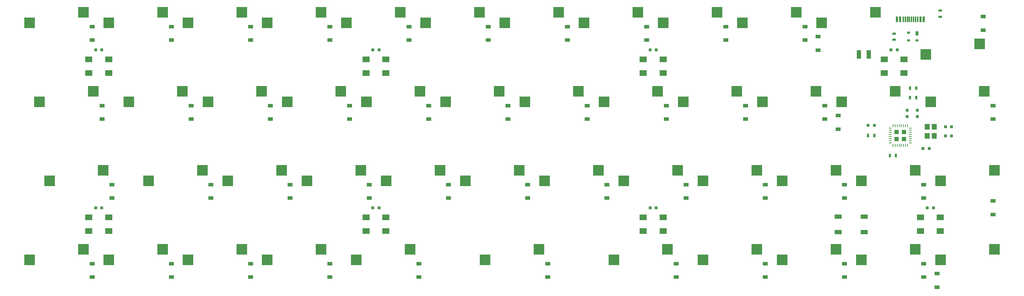
<source format=gbp>
%TF.GenerationSoftware,KiCad,Pcbnew,(5.0.0)*%
%TF.CreationDate,2019-01-28T22:54:31-08:00*%
%TF.ProjectId,UT47.2,555434372E322E6B696361645F706362,rev?*%
%TF.SameCoordinates,Original*%
%TF.FileFunction,Paste,Bot*%
%TF.FilePolarity,Positive*%
%FSLAX46Y46*%
G04 Gerber Fmt 4.6, Leading zero omitted, Abs format (unit mm)*
G04 Created by KiCad (PCBNEW (5.0.0)) date 01/28/19 22:54:31*
%MOMM*%
%LPD*%
G01*
G04 APERTURE LIST*
%ADD10R,2.550000X2.500000*%
%ADD11R,1.200000X0.900000*%
%ADD12R,1.800000X1.400000*%
%ADD13R,1.800000X1.100000*%
%ADD14R,0.700000X1.000000*%
%ADD15R,0.700000X0.600000*%
%ADD16R,0.600000X1.450000*%
%ADD17R,0.300000X1.450000*%
%ADD18R,1.200000X1.400000*%
%ADD19R,0.800000X0.750000*%
%ADD20R,0.750000X0.800000*%
%ADD21R,0.500000X0.900000*%
%ADD22R,0.900000X0.500000*%
%ADD23R,0.700000X0.250000*%
%ADD24R,0.250000X0.700000*%
%ADD25R,1.035000X1.035000*%
%ADD26R,1.140000X2.030000*%
G04 APERTURE END LIST*
D10*
X156654500Y-93345000D03*
X143727500Y-95885000D03*
X249745500Y-46355000D03*
X262672500Y-43815000D03*
X51879500Y-74295000D03*
X38952500Y-76835000D03*
X49498250Y-55245000D03*
X36571250Y-57785000D03*
X263810750Y-55245000D03*
X250883750Y-57785000D03*
X125698250Y-93345000D03*
X112771250Y-95885000D03*
X187610750Y-93345000D03*
X174683750Y-95885000D03*
X47117000Y-36195000D03*
X34190000Y-38735000D03*
X66167000Y-36195000D03*
X53240000Y-38735000D03*
X85217000Y-36195000D03*
X72290000Y-38735000D03*
X104267000Y-36195000D03*
X91340000Y-38735000D03*
X123317000Y-36195000D03*
X110390000Y-38735000D03*
X142367000Y-36195000D03*
X129440000Y-38735000D03*
X161417000Y-36195000D03*
X148490000Y-38735000D03*
X180467000Y-36195000D03*
X167540000Y-38735000D03*
X199517000Y-36195000D03*
X186590000Y-38735000D03*
X218567000Y-36195000D03*
X205640000Y-38735000D03*
X237617000Y-36195000D03*
X224690000Y-38735000D03*
X70929500Y-55245000D03*
X58002500Y-57785000D03*
X89979500Y-55245000D03*
X77052500Y-57785000D03*
X109029500Y-55245000D03*
X96102500Y-57785000D03*
X128079500Y-55245000D03*
X115152500Y-57785000D03*
X147129500Y-55245000D03*
X134202500Y-57785000D03*
X166179500Y-55245000D03*
X153252500Y-57785000D03*
X185229500Y-55245000D03*
X172302500Y-57785000D03*
X204279500Y-55245000D03*
X191352500Y-57785000D03*
X223329500Y-55245000D03*
X210402500Y-57785000D03*
X242379500Y-55245000D03*
X229452500Y-57785000D03*
X75692000Y-74295000D03*
X62765000Y-76835000D03*
X94742000Y-74295000D03*
X81815000Y-76835000D03*
X113792000Y-74295000D03*
X100865000Y-76835000D03*
X132842000Y-74295000D03*
X119915000Y-76835000D03*
X151892000Y-74295000D03*
X138965000Y-76835000D03*
X170942000Y-74295000D03*
X158015000Y-76835000D03*
X189992000Y-74295000D03*
X177065000Y-76835000D03*
X209042000Y-74295000D03*
X196115000Y-76835000D03*
X228092000Y-74295000D03*
X215165000Y-76835000D03*
X247142000Y-74295000D03*
X234215000Y-76835000D03*
X266192000Y-74295000D03*
X253265000Y-76835000D03*
X47117000Y-93345000D03*
X34190000Y-95885000D03*
X66167000Y-93345000D03*
X53240000Y-95885000D03*
X85217000Y-93345000D03*
X72290000Y-95885000D03*
X104267000Y-93345000D03*
X91340000Y-95885000D03*
X209042000Y-93345000D03*
X196115000Y-95885000D03*
X228092000Y-93345000D03*
X215165000Y-95885000D03*
X247142000Y-93345000D03*
X234215000Y-95885000D03*
X266192000Y-93345000D03*
X253265000Y-95885000D03*
D11*
X49212500Y-42925000D03*
X49212500Y-39625000D03*
X68262500Y-42925000D03*
X68262500Y-39625000D03*
X87312500Y-42925000D03*
X87312500Y-39625000D03*
X106362500Y-42925000D03*
X106362500Y-39625000D03*
X125412500Y-42925000D03*
X125412500Y-39625000D03*
X144462500Y-42925000D03*
X144462500Y-39625000D03*
X163512500Y-42925000D03*
X163512500Y-39625000D03*
X182562500Y-42925000D03*
X182562500Y-39625000D03*
X201612500Y-42925000D03*
X201612500Y-39625000D03*
X220662500Y-42925000D03*
X220662500Y-39625000D03*
X223837500Y-45306250D03*
X223837500Y-42006250D03*
X263525000Y-40543750D03*
X263525000Y-37243750D03*
X51593750Y-61975000D03*
X51593750Y-58675000D03*
X73025000Y-61975000D03*
X73025000Y-58675000D03*
X92075000Y-61975000D03*
X92075000Y-58675000D03*
X111125000Y-61975000D03*
X111125000Y-58675000D03*
X130175000Y-61975000D03*
X130175000Y-58675000D03*
X149225000Y-61975000D03*
X149225000Y-58675000D03*
X168275000Y-61975000D03*
X168275000Y-58675000D03*
X187325000Y-61975000D03*
X187325000Y-58675000D03*
X206375000Y-61975000D03*
X206375000Y-58675000D03*
X225425000Y-61975000D03*
X225425000Y-58675000D03*
X228600000Y-64356250D03*
X228600000Y-61056250D03*
X265906250Y-61975000D03*
X265906250Y-58675000D03*
X53975000Y-81025000D03*
X53975000Y-77725000D03*
X77787500Y-81025000D03*
X77787500Y-77725000D03*
X96837500Y-81025000D03*
X96837500Y-77725000D03*
X115887500Y-81025000D03*
X115887500Y-77725000D03*
X134937500Y-81025000D03*
X134937500Y-77725000D03*
X153987500Y-81025000D03*
X153987500Y-77725000D03*
X173037500Y-81025000D03*
X173037500Y-77725000D03*
X192087500Y-81025000D03*
X192087500Y-77725000D03*
X211137500Y-81025000D03*
X211137500Y-77725000D03*
X230187500Y-81025000D03*
X230187500Y-77725000D03*
X249237500Y-81025000D03*
X249237500Y-77725000D03*
X265906250Y-81693750D03*
X265906250Y-84993750D03*
X49212500Y-100075000D03*
X49212500Y-96775000D03*
X68262500Y-100075000D03*
X68262500Y-96775000D03*
X87312500Y-100075000D03*
X87312500Y-96775000D03*
X106362500Y-100075000D03*
X106362500Y-96775000D03*
X127793750Y-100075000D03*
X127793750Y-96775000D03*
X158750000Y-100075000D03*
X158750000Y-96775000D03*
X189706250Y-100075000D03*
X189706250Y-96775000D03*
X211137500Y-100075000D03*
X211137500Y-96775000D03*
X230187500Y-100075000D03*
X230187500Y-96775000D03*
X249237500Y-100075000D03*
X249237500Y-96775000D03*
X252412500Y-102456250D03*
X252412500Y-99156250D03*
D12*
X239693750Y-47562500D03*
X239693750Y-50862500D03*
X244493750Y-50862500D03*
X244493750Y-47562500D03*
X181750000Y-47562500D03*
X181750000Y-50862500D03*
X186550000Y-50862500D03*
X186550000Y-47562500D03*
X115075000Y-47562500D03*
X115075000Y-50862500D03*
X119875000Y-50862500D03*
X119875000Y-47562500D03*
X48400000Y-47562500D03*
X48400000Y-50862500D03*
X53200000Y-50862500D03*
X53200000Y-47562500D03*
X48400000Y-85662500D03*
X48400000Y-88962500D03*
X53200000Y-88962500D03*
X53200000Y-85662500D03*
X115075000Y-85662500D03*
X115075000Y-88962500D03*
X119875000Y-88962500D03*
X119875000Y-85662500D03*
X181750000Y-85662500D03*
X181750000Y-88962500D03*
X186550000Y-88962500D03*
X186550000Y-85662500D03*
X248425000Y-85662500D03*
X248425000Y-88962500D03*
X253225000Y-88962500D03*
X253225000Y-85662500D03*
D13*
X234875000Y-89162500D03*
X228675000Y-85462500D03*
X234875000Y-85462500D03*
X228675000Y-89162500D03*
D14*
X247570500Y-41287000D03*
D15*
X245570500Y-41087000D03*
X247570500Y-42987000D03*
X245570500Y-42987000D03*
D16*
X249255750Y-37857500D03*
X242805750Y-37857500D03*
X248480750Y-37857500D03*
X243580750Y-37857500D03*
D17*
X244280750Y-37857500D03*
X247780750Y-37857500D03*
X244780750Y-37857500D03*
X247280750Y-37857500D03*
X245280750Y-37857500D03*
X246780750Y-37857500D03*
X246280750Y-37857500D03*
X245780750Y-37857500D03*
D18*
X251738500Y-63797000D03*
X251738500Y-65997000D03*
X250038500Y-65997000D03*
X250038500Y-63797000D03*
D19*
X255924750Y-63817500D03*
X254424750Y-63817500D03*
X255924750Y-65976500D03*
X254424750Y-65976500D03*
X235851000Y-63500000D03*
X237351000Y-63500000D03*
D20*
X245237000Y-59829000D03*
X245237000Y-61329000D03*
D19*
X250559000Y-69088000D03*
X249059000Y-69088000D03*
D20*
X247650000Y-59829000D03*
X247650000Y-61329000D03*
D19*
X241343750Y-45243750D03*
X242843750Y-45243750D03*
X183400000Y-45243750D03*
X184900000Y-45243750D03*
X116725000Y-45243750D03*
X118225000Y-45243750D03*
X50050000Y-45243750D03*
X51550000Y-45243750D03*
X50050000Y-83343750D03*
X51550000Y-83343750D03*
X116725000Y-83343750D03*
X118225000Y-83343750D03*
X183400000Y-83343750D03*
X184900000Y-83343750D03*
X250075000Y-83343750D03*
X251575000Y-83343750D03*
D21*
X235851000Y-65913000D03*
X237351000Y-65913000D03*
X245947500Y-56737250D03*
X247447500Y-56737250D03*
X247447500Y-54451250D03*
X245947500Y-54451250D03*
D22*
X253206250Y-37262500D03*
X253206250Y-35762500D03*
D21*
X241058000Y-70739000D03*
X242558000Y-70739000D03*
D22*
X242093750Y-42818750D03*
X242093750Y-41318750D03*
D23*
X245986000Y-64163000D03*
X245986000Y-64663000D03*
X245986000Y-65163000D03*
X245986000Y-65663000D03*
X245986000Y-66163000D03*
X245986000Y-66663000D03*
X245986000Y-67163000D03*
X245986000Y-67663000D03*
D24*
X245336000Y-68313000D03*
X244836000Y-68313000D03*
X244336000Y-68313000D03*
X243836000Y-68313000D03*
X243336000Y-68313000D03*
X242836000Y-68313000D03*
X242336000Y-68313000D03*
X241836000Y-68313000D03*
D23*
X241186000Y-67663000D03*
X241186000Y-67163000D03*
X241186000Y-66663000D03*
X241186000Y-66163000D03*
X241186000Y-65663000D03*
X241186000Y-65163000D03*
X241186000Y-64663000D03*
X241186000Y-64163000D03*
D24*
X241836000Y-63513000D03*
X242336000Y-63513000D03*
X242836000Y-63513000D03*
X243336000Y-63513000D03*
X243836000Y-63513000D03*
X244336000Y-63513000D03*
X244836000Y-63513000D03*
X245336000Y-63513000D03*
D25*
X242723500Y-66775500D03*
X242723500Y-65050500D03*
X244448500Y-66775500D03*
X244448500Y-65050500D03*
D26*
X233623000Y-46355000D03*
X236023000Y-46355000D03*
M02*

</source>
